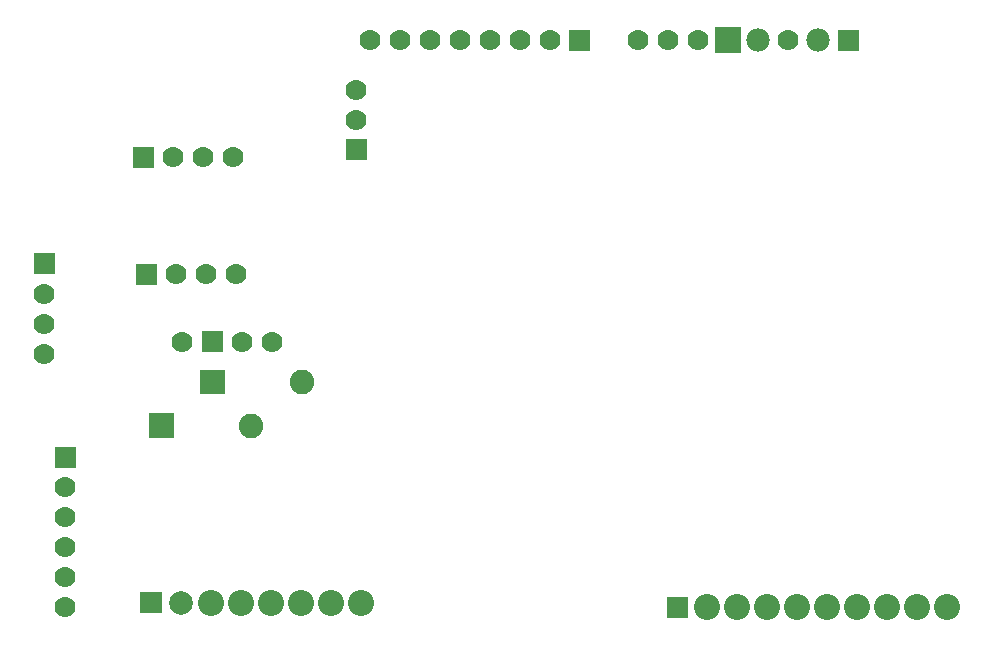
<source format=gts>
G04 Layer: TopSolderMaskLayer*
G04 EasyEDA v6.3.43, 2020-05-24T14:32:55--3:00*
G04 a60beb115e6d4cc6af766ae4472ff299,4133ba2459604e99bbbe5cdf154db1fe,10*
G04 Gerber Generator version 0.2*
G04 Scale: 100 percent, Rotated: No, Reflected: No *
G04 Dimensions in millimeters *
G04 leading zeros omitted , absolute positions ,3 integer and 3 decimal *
%FSLAX33Y33*%
%MOMM*%
G90*
G71D02*

%ADD29C,1.778000*%
%ADD31C,1.974799*%
%ADD34C,2.003196*%
%ADD35C,2.203196*%
%ADD37C,2.082800*%

%LPD*%
G54D29*
G01X9141Y4064D03*
G01X9141Y6604D03*
G01X9141Y9144D03*
G01X9141Y11684D03*
G01X9141Y14224D03*
G36*
G01X8252Y15875D02*
G01X8252Y17653D01*
G01X10030Y17653D01*
G01X10030Y15875D01*
G01X8252Y15875D01*
G37*
G36*
G01X74546Y51181D02*
G01X74546Y52959D01*
G01X76324Y52959D01*
G01X76324Y51181D01*
G01X74546Y51181D01*
G37*
G54D31*
G01X72895Y52070D03*
G54D29*
G01X70355Y52070D03*
G54D31*
G01X67815Y52070D03*
G36*
G01X64172Y50967D02*
G01X64172Y53172D01*
G01X66377Y53172D01*
G01X66377Y50967D01*
G01X64172Y50967D01*
G37*
G54D29*
G01X62735Y52070D03*
G01X60195Y52070D03*
G01X57655Y52070D03*
G36*
G01X51813Y51181D02*
G01X51813Y52959D01*
G01X53591Y52959D01*
G01X53591Y51181D01*
G01X51813Y51181D01*
G37*
G01X50162Y52070D03*
G01X47622Y52070D03*
G01X45082Y52070D03*
G01X42542Y52070D03*
G01X40002Y52070D03*
G01X37462Y52070D03*
G01X34922Y52070D03*
G36*
G01X15478Y3543D02*
G01X15478Y5346D01*
G01X17281Y5346D01*
G01X17281Y3543D01*
G01X15478Y3543D01*
G37*
G54D34*
G01X18920Y4445D03*
G54D35*
G01X21460Y4445D03*
G01X24000Y4445D03*
G01X26540Y4445D03*
G01X29080Y4445D03*
G01X31620Y4445D03*
G01X34160Y4445D03*
G54D29*
G01X33779Y47879D03*
G01X33779Y45339D03*
G36*
G01X32915Y41935D02*
G01X32915Y43662D01*
G01X34642Y43662D01*
G01X34642Y41935D01*
G01X32915Y41935D01*
G37*
G54D35*
G01X83817Y4064D03*
G01X81277Y4064D03*
G01X78737Y4064D03*
G01X76197Y4064D03*
G01X73657Y4064D03*
G01X71117Y4064D03*
G01X68577Y4064D03*
G01X66037Y4064D03*
G01X63497Y4064D03*
G36*
G01X60068Y3175D02*
G01X60068Y4953D01*
G01X61846Y4953D01*
G01X61846Y3175D01*
G01X60068Y3175D01*
G37*
G54D29*
G01X26667Y26543D03*
G01X24127Y26543D03*
G36*
G01X20698Y25654D02*
G01X20698Y27432D01*
G01X22476Y27432D01*
G01X22476Y25654D01*
G01X20698Y25654D01*
G37*
G01X19047Y26543D03*
G36*
G01X14856Y41275D02*
G01X14856Y43053D01*
G01X16634Y43053D01*
G01X16634Y41275D01*
G01X14856Y41275D01*
G37*
G01X18285Y42164D03*
G01X20825Y42164D03*
G01X23365Y42164D03*
G36*
G01X15110Y31369D02*
G01X15110Y33147D01*
G01X16888Y33147D01*
G01X16888Y31369D01*
G01X15110Y31369D01*
G37*
G01X18539Y32258D03*
G01X21079Y32258D03*
G01X23619Y32258D03*
G36*
G01X6474Y32258D02*
G01X6474Y34036D01*
G01X8252Y34036D01*
G01X8252Y32258D01*
G01X6474Y32258D01*
G37*
G01X7363Y30607D03*
G01X7363Y28067D03*
G01X7363Y25527D03*
G54D37*
G01X29207Y23114D03*
G36*
G01X20545Y22072D02*
G01X20545Y24155D01*
G01X22628Y24155D01*
G01X22628Y22072D01*
G01X20545Y22072D01*
G37*
G01X24889Y19431D03*
G36*
G01X16227Y18389D02*
G01X16227Y20472D01*
G01X18310Y20472D01*
G01X18310Y18389D01*
G01X16227Y18389D01*
G37*
M00*
M02*

</source>
